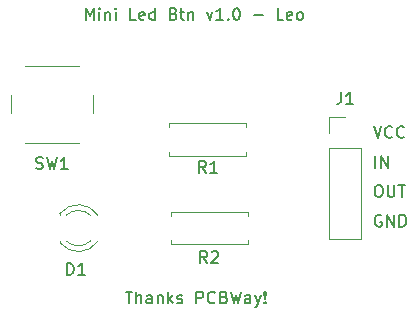
<source format=gto>
%TF.GenerationSoftware,KiCad,Pcbnew,9.0.6*%
%TF.CreationDate,2025-12-25T12:08:50+01:00*%
%TF.ProjectId,mini_led_button,6d696e69-5f6c-4656-945f-627574746f6e,rev?*%
%TF.SameCoordinates,Original*%
%TF.FileFunction,Legend,Top*%
%TF.FilePolarity,Positive*%
%FSLAX46Y46*%
G04 Gerber Fmt 4.6, Leading zero omitted, Abs format (unit mm)*
G04 Created by KiCad (PCBNEW 9.0.6) date 2025-12-25 12:08:50*
%MOMM*%
%LPD*%
G01*
G04 APERTURE LIST*
%ADD10C,0.200000*%
%ADD11C,0.150000*%
%ADD12C,0.120000*%
G04 APERTURE END LIST*
D10*
X159536816Y-97867219D02*
X159870149Y-98867219D01*
X159870149Y-98867219D02*
X160203482Y-97867219D01*
X161108244Y-98771980D02*
X161060625Y-98819600D01*
X161060625Y-98819600D02*
X160917768Y-98867219D01*
X160917768Y-98867219D02*
X160822530Y-98867219D01*
X160822530Y-98867219D02*
X160679673Y-98819600D01*
X160679673Y-98819600D02*
X160584435Y-98724361D01*
X160584435Y-98724361D02*
X160536816Y-98629123D01*
X160536816Y-98629123D02*
X160489197Y-98438647D01*
X160489197Y-98438647D02*
X160489197Y-98295790D01*
X160489197Y-98295790D02*
X160536816Y-98105314D01*
X160536816Y-98105314D02*
X160584435Y-98010076D01*
X160584435Y-98010076D02*
X160679673Y-97914838D01*
X160679673Y-97914838D02*
X160822530Y-97867219D01*
X160822530Y-97867219D02*
X160917768Y-97867219D01*
X160917768Y-97867219D02*
X161060625Y-97914838D01*
X161060625Y-97914838D02*
X161108244Y-97962457D01*
X162108244Y-98771980D02*
X162060625Y-98819600D01*
X162060625Y-98819600D02*
X161917768Y-98867219D01*
X161917768Y-98867219D02*
X161822530Y-98867219D01*
X161822530Y-98867219D02*
X161679673Y-98819600D01*
X161679673Y-98819600D02*
X161584435Y-98724361D01*
X161584435Y-98724361D02*
X161536816Y-98629123D01*
X161536816Y-98629123D02*
X161489197Y-98438647D01*
X161489197Y-98438647D02*
X161489197Y-98295790D01*
X161489197Y-98295790D02*
X161536816Y-98105314D01*
X161536816Y-98105314D02*
X161584435Y-98010076D01*
X161584435Y-98010076D02*
X161679673Y-97914838D01*
X161679673Y-97914838D02*
X161822530Y-97867219D01*
X161822530Y-97867219D02*
X161917768Y-97867219D01*
X161917768Y-97867219D02*
X162060625Y-97914838D01*
X162060625Y-97914838D02*
X162108244Y-97962457D01*
X159679673Y-101367219D02*
X159679673Y-100367219D01*
X160155863Y-101367219D02*
X160155863Y-100367219D01*
X160155863Y-100367219D02*
X160727291Y-101367219D01*
X160727291Y-101367219D02*
X160727291Y-100367219D01*
X159870149Y-102867219D02*
X160060625Y-102867219D01*
X160060625Y-102867219D02*
X160155863Y-102914838D01*
X160155863Y-102914838D02*
X160251101Y-103010076D01*
X160251101Y-103010076D02*
X160298720Y-103200552D01*
X160298720Y-103200552D02*
X160298720Y-103533885D01*
X160298720Y-103533885D02*
X160251101Y-103724361D01*
X160251101Y-103724361D02*
X160155863Y-103819600D01*
X160155863Y-103819600D02*
X160060625Y-103867219D01*
X160060625Y-103867219D02*
X159870149Y-103867219D01*
X159870149Y-103867219D02*
X159774911Y-103819600D01*
X159774911Y-103819600D02*
X159679673Y-103724361D01*
X159679673Y-103724361D02*
X159632054Y-103533885D01*
X159632054Y-103533885D02*
X159632054Y-103200552D01*
X159632054Y-103200552D02*
X159679673Y-103010076D01*
X159679673Y-103010076D02*
X159774911Y-102914838D01*
X159774911Y-102914838D02*
X159870149Y-102867219D01*
X160727292Y-102867219D02*
X160727292Y-103676742D01*
X160727292Y-103676742D02*
X160774911Y-103771980D01*
X160774911Y-103771980D02*
X160822530Y-103819600D01*
X160822530Y-103819600D02*
X160917768Y-103867219D01*
X160917768Y-103867219D02*
X161108244Y-103867219D01*
X161108244Y-103867219D02*
X161203482Y-103819600D01*
X161203482Y-103819600D02*
X161251101Y-103771980D01*
X161251101Y-103771980D02*
X161298720Y-103676742D01*
X161298720Y-103676742D02*
X161298720Y-102867219D01*
X161632054Y-102867219D02*
X162203482Y-102867219D01*
X161917768Y-103867219D02*
X161917768Y-102867219D01*
X160203482Y-105414838D02*
X160108244Y-105367219D01*
X160108244Y-105367219D02*
X159965387Y-105367219D01*
X159965387Y-105367219D02*
X159822530Y-105414838D01*
X159822530Y-105414838D02*
X159727292Y-105510076D01*
X159727292Y-105510076D02*
X159679673Y-105605314D01*
X159679673Y-105605314D02*
X159632054Y-105795790D01*
X159632054Y-105795790D02*
X159632054Y-105938647D01*
X159632054Y-105938647D02*
X159679673Y-106129123D01*
X159679673Y-106129123D02*
X159727292Y-106224361D01*
X159727292Y-106224361D02*
X159822530Y-106319600D01*
X159822530Y-106319600D02*
X159965387Y-106367219D01*
X159965387Y-106367219D02*
X160060625Y-106367219D01*
X160060625Y-106367219D02*
X160203482Y-106319600D01*
X160203482Y-106319600D02*
X160251101Y-106271980D01*
X160251101Y-106271980D02*
X160251101Y-105938647D01*
X160251101Y-105938647D02*
X160060625Y-105938647D01*
X160679673Y-106367219D02*
X160679673Y-105367219D01*
X160679673Y-105367219D02*
X161251101Y-106367219D01*
X161251101Y-106367219D02*
X161251101Y-105367219D01*
X161727292Y-106367219D02*
X161727292Y-105367219D01*
X161727292Y-105367219D02*
X161965387Y-105367219D01*
X161965387Y-105367219D02*
X162108244Y-105414838D01*
X162108244Y-105414838D02*
X162203482Y-105510076D01*
X162203482Y-105510076D02*
X162251101Y-105605314D01*
X162251101Y-105605314D02*
X162298720Y-105795790D01*
X162298720Y-105795790D02*
X162298720Y-105938647D01*
X162298720Y-105938647D02*
X162251101Y-106129123D01*
X162251101Y-106129123D02*
X162203482Y-106224361D01*
X162203482Y-106224361D02*
X162108244Y-106319600D01*
X162108244Y-106319600D02*
X161965387Y-106367219D01*
X161965387Y-106367219D02*
X161727292Y-106367219D01*
X135179673Y-88867219D02*
X135179673Y-87867219D01*
X135179673Y-87867219D02*
X135513006Y-88581504D01*
X135513006Y-88581504D02*
X135846339Y-87867219D01*
X135846339Y-87867219D02*
X135846339Y-88867219D01*
X136322530Y-88867219D02*
X136322530Y-88200552D01*
X136322530Y-87867219D02*
X136274911Y-87914838D01*
X136274911Y-87914838D02*
X136322530Y-87962457D01*
X136322530Y-87962457D02*
X136370149Y-87914838D01*
X136370149Y-87914838D02*
X136322530Y-87867219D01*
X136322530Y-87867219D02*
X136322530Y-87962457D01*
X136798720Y-88200552D02*
X136798720Y-88867219D01*
X136798720Y-88295790D02*
X136846339Y-88248171D01*
X136846339Y-88248171D02*
X136941577Y-88200552D01*
X136941577Y-88200552D02*
X137084434Y-88200552D01*
X137084434Y-88200552D02*
X137179672Y-88248171D01*
X137179672Y-88248171D02*
X137227291Y-88343409D01*
X137227291Y-88343409D02*
X137227291Y-88867219D01*
X137703482Y-88867219D02*
X137703482Y-88200552D01*
X137703482Y-87867219D02*
X137655863Y-87914838D01*
X137655863Y-87914838D02*
X137703482Y-87962457D01*
X137703482Y-87962457D02*
X137751101Y-87914838D01*
X137751101Y-87914838D02*
X137703482Y-87867219D01*
X137703482Y-87867219D02*
X137703482Y-87962457D01*
X139417767Y-88867219D02*
X138941577Y-88867219D01*
X138941577Y-88867219D02*
X138941577Y-87867219D01*
X140132053Y-88819600D02*
X140036815Y-88867219D01*
X140036815Y-88867219D02*
X139846339Y-88867219D01*
X139846339Y-88867219D02*
X139751101Y-88819600D01*
X139751101Y-88819600D02*
X139703482Y-88724361D01*
X139703482Y-88724361D02*
X139703482Y-88343409D01*
X139703482Y-88343409D02*
X139751101Y-88248171D01*
X139751101Y-88248171D02*
X139846339Y-88200552D01*
X139846339Y-88200552D02*
X140036815Y-88200552D01*
X140036815Y-88200552D02*
X140132053Y-88248171D01*
X140132053Y-88248171D02*
X140179672Y-88343409D01*
X140179672Y-88343409D02*
X140179672Y-88438647D01*
X140179672Y-88438647D02*
X139703482Y-88533885D01*
X141036815Y-88867219D02*
X141036815Y-87867219D01*
X141036815Y-88819600D02*
X140941577Y-88867219D01*
X140941577Y-88867219D02*
X140751101Y-88867219D01*
X140751101Y-88867219D02*
X140655863Y-88819600D01*
X140655863Y-88819600D02*
X140608244Y-88771980D01*
X140608244Y-88771980D02*
X140560625Y-88676742D01*
X140560625Y-88676742D02*
X140560625Y-88391028D01*
X140560625Y-88391028D02*
X140608244Y-88295790D01*
X140608244Y-88295790D02*
X140655863Y-88248171D01*
X140655863Y-88248171D02*
X140751101Y-88200552D01*
X140751101Y-88200552D02*
X140941577Y-88200552D01*
X140941577Y-88200552D02*
X141036815Y-88248171D01*
X142608244Y-88343409D02*
X142751101Y-88391028D01*
X142751101Y-88391028D02*
X142798720Y-88438647D01*
X142798720Y-88438647D02*
X142846339Y-88533885D01*
X142846339Y-88533885D02*
X142846339Y-88676742D01*
X142846339Y-88676742D02*
X142798720Y-88771980D01*
X142798720Y-88771980D02*
X142751101Y-88819600D01*
X142751101Y-88819600D02*
X142655863Y-88867219D01*
X142655863Y-88867219D02*
X142274911Y-88867219D01*
X142274911Y-88867219D02*
X142274911Y-87867219D01*
X142274911Y-87867219D02*
X142608244Y-87867219D01*
X142608244Y-87867219D02*
X142703482Y-87914838D01*
X142703482Y-87914838D02*
X142751101Y-87962457D01*
X142751101Y-87962457D02*
X142798720Y-88057695D01*
X142798720Y-88057695D02*
X142798720Y-88152933D01*
X142798720Y-88152933D02*
X142751101Y-88248171D01*
X142751101Y-88248171D02*
X142703482Y-88295790D01*
X142703482Y-88295790D02*
X142608244Y-88343409D01*
X142608244Y-88343409D02*
X142274911Y-88343409D01*
X143132054Y-88200552D02*
X143513006Y-88200552D01*
X143274911Y-87867219D02*
X143274911Y-88724361D01*
X143274911Y-88724361D02*
X143322530Y-88819600D01*
X143322530Y-88819600D02*
X143417768Y-88867219D01*
X143417768Y-88867219D02*
X143513006Y-88867219D01*
X143846340Y-88200552D02*
X143846340Y-88867219D01*
X143846340Y-88295790D02*
X143893959Y-88248171D01*
X143893959Y-88248171D02*
X143989197Y-88200552D01*
X143989197Y-88200552D02*
X144132054Y-88200552D01*
X144132054Y-88200552D02*
X144227292Y-88248171D01*
X144227292Y-88248171D02*
X144274911Y-88343409D01*
X144274911Y-88343409D02*
X144274911Y-88867219D01*
X145417769Y-88200552D02*
X145655864Y-88867219D01*
X145655864Y-88867219D02*
X145893959Y-88200552D01*
X146798721Y-88867219D02*
X146227293Y-88867219D01*
X146513007Y-88867219D02*
X146513007Y-87867219D01*
X146513007Y-87867219D02*
X146417769Y-88010076D01*
X146417769Y-88010076D02*
X146322531Y-88105314D01*
X146322531Y-88105314D02*
X146227293Y-88152933D01*
X147227293Y-88771980D02*
X147274912Y-88819600D01*
X147274912Y-88819600D02*
X147227293Y-88867219D01*
X147227293Y-88867219D02*
X147179674Y-88819600D01*
X147179674Y-88819600D02*
X147227293Y-88771980D01*
X147227293Y-88771980D02*
X147227293Y-88867219D01*
X147893959Y-87867219D02*
X147989197Y-87867219D01*
X147989197Y-87867219D02*
X148084435Y-87914838D01*
X148084435Y-87914838D02*
X148132054Y-87962457D01*
X148132054Y-87962457D02*
X148179673Y-88057695D01*
X148179673Y-88057695D02*
X148227292Y-88248171D01*
X148227292Y-88248171D02*
X148227292Y-88486266D01*
X148227292Y-88486266D02*
X148179673Y-88676742D01*
X148179673Y-88676742D02*
X148132054Y-88771980D01*
X148132054Y-88771980D02*
X148084435Y-88819600D01*
X148084435Y-88819600D02*
X147989197Y-88867219D01*
X147989197Y-88867219D02*
X147893959Y-88867219D01*
X147893959Y-88867219D02*
X147798721Y-88819600D01*
X147798721Y-88819600D02*
X147751102Y-88771980D01*
X147751102Y-88771980D02*
X147703483Y-88676742D01*
X147703483Y-88676742D02*
X147655864Y-88486266D01*
X147655864Y-88486266D02*
X147655864Y-88248171D01*
X147655864Y-88248171D02*
X147703483Y-88057695D01*
X147703483Y-88057695D02*
X147751102Y-87962457D01*
X147751102Y-87962457D02*
X147798721Y-87914838D01*
X147798721Y-87914838D02*
X147893959Y-87867219D01*
X149417769Y-88486266D02*
X150179674Y-88486266D01*
X151893959Y-88867219D02*
X151417769Y-88867219D01*
X151417769Y-88867219D02*
X151417769Y-87867219D01*
X152608245Y-88819600D02*
X152513007Y-88867219D01*
X152513007Y-88867219D02*
X152322531Y-88867219D01*
X152322531Y-88867219D02*
X152227293Y-88819600D01*
X152227293Y-88819600D02*
X152179674Y-88724361D01*
X152179674Y-88724361D02*
X152179674Y-88343409D01*
X152179674Y-88343409D02*
X152227293Y-88248171D01*
X152227293Y-88248171D02*
X152322531Y-88200552D01*
X152322531Y-88200552D02*
X152513007Y-88200552D01*
X152513007Y-88200552D02*
X152608245Y-88248171D01*
X152608245Y-88248171D02*
X152655864Y-88343409D01*
X152655864Y-88343409D02*
X152655864Y-88438647D01*
X152655864Y-88438647D02*
X152179674Y-88533885D01*
X153227293Y-88867219D02*
X153132055Y-88819600D01*
X153132055Y-88819600D02*
X153084436Y-88771980D01*
X153084436Y-88771980D02*
X153036817Y-88676742D01*
X153036817Y-88676742D02*
X153036817Y-88391028D01*
X153036817Y-88391028D02*
X153084436Y-88295790D01*
X153084436Y-88295790D02*
X153132055Y-88248171D01*
X153132055Y-88248171D02*
X153227293Y-88200552D01*
X153227293Y-88200552D02*
X153370150Y-88200552D01*
X153370150Y-88200552D02*
X153465388Y-88248171D01*
X153465388Y-88248171D02*
X153513007Y-88295790D01*
X153513007Y-88295790D02*
X153560626Y-88391028D01*
X153560626Y-88391028D02*
X153560626Y-88676742D01*
X153560626Y-88676742D02*
X153513007Y-88771980D01*
X153513007Y-88771980D02*
X153465388Y-88819600D01*
X153465388Y-88819600D02*
X153370150Y-88867219D01*
X153370150Y-88867219D02*
X153227293Y-88867219D01*
X138536816Y-111867219D02*
X139108244Y-111867219D01*
X138822530Y-112867219D02*
X138822530Y-111867219D01*
X139441578Y-112867219D02*
X139441578Y-111867219D01*
X139870149Y-112867219D02*
X139870149Y-112343409D01*
X139870149Y-112343409D02*
X139822530Y-112248171D01*
X139822530Y-112248171D02*
X139727292Y-112200552D01*
X139727292Y-112200552D02*
X139584435Y-112200552D01*
X139584435Y-112200552D02*
X139489197Y-112248171D01*
X139489197Y-112248171D02*
X139441578Y-112295790D01*
X140774911Y-112867219D02*
X140774911Y-112343409D01*
X140774911Y-112343409D02*
X140727292Y-112248171D01*
X140727292Y-112248171D02*
X140632054Y-112200552D01*
X140632054Y-112200552D02*
X140441578Y-112200552D01*
X140441578Y-112200552D02*
X140346340Y-112248171D01*
X140774911Y-112819600D02*
X140679673Y-112867219D01*
X140679673Y-112867219D02*
X140441578Y-112867219D01*
X140441578Y-112867219D02*
X140346340Y-112819600D01*
X140346340Y-112819600D02*
X140298721Y-112724361D01*
X140298721Y-112724361D02*
X140298721Y-112629123D01*
X140298721Y-112629123D02*
X140346340Y-112533885D01*
X140346340Y-112533885D02*
X140441578Y-112486266D01*
X140441578Y-112486266D02*
X140679673Y-112486266D01*
X140679673Y-112486266D02*
X140774911Y-112438647D01*
X141251102Y-112200552D02*
X141251102Y-112867219D01*
X141251102Y-112295790D02*
X141298721Y-112248171D01*
X141298721Y-112248171D02*
X141393959Y-112200552D01*
X141393959Y-112200552D02*
X141536816Y-112200552D01*
X141536816Y-112200552D02*
X141632054Y-112248171D01*
X141632054Y-112248171D02*
X141679673Y-112343409D01*
X141679673Y-112343409D02*
X141679673Y-112867219D01*
X142155864Y-112867219D02*
X142155864Y-111867219D01*
X142251102Y-112486266D02*
X142536816Y-112867219D01*
X142536816Y-112200552D02*
X142155864Y-112581504D01*
X142917769Y-112819600D02*
X143013007Y-112867219D01*
X143013007Y-112867219D02*
X143203483Y-112867219D01*
X143203483Y-112867219D02*
X143298721Y-112819600D01*
X143298721Y-112819600D02*
X143346340Y-112724361D01*
X143346340Y-112724361D02*
X143346340Y-112676742D01*
X143346340Y-112676742D02*
X143298721Y-112581504D01*
X143298721Y-112581504D02*
X143203483Y-112533885D01*
X143203483Y-112533885D02*
X143060626Y-112533885D01*
X143060626Y-112533885D02*
X142965388Y-112486266D01*
X142965388Y-112486266D02*
X142917769Y-112391028D01*
X142917769Y-112391028D02*
X142917769Y-112343409D01*
X142917769Y-112343409D02*
X142965388Y-112248171D01*
X142965388Y-112248171D02*
X143060626Y-112200552D01*
X143060626Y-112200552D02*
X143203483Y-112200552D01*
X143203483Y-112200552D02*
X143298721Y-112248171D01*
X144536817Y-112867219D02*
X144536817Y-111867219D01*
X144536817Y-111867219D02*
X144917769Y-111867219D01*
X144917769Y-111867219D02*
X145013007Y-111914838D01*
X145013007Y-111914838D02*
X145060626Y-111962457D01*
X145060626Y-111962457D02*
X145108245Y-112057695D01*
X145108245Y-112057695D02*
X145108245Y-112200552D01*
X145108245Y-112200552D02*
X145060626Y-112295790D01*
X145060626Y-112295790D02*
X145013007Y-112343409D01*
X145013007Y-112343409D02*
X144917769Y-112391028D01*
X144917769Y-112391028D02*
X144536817Y-112391028D01*
X146108245Y-112771980D02*
X146060626Y-112819600D01*
X146060626Y-112819600D02*
X145917769Y-112867219D01*
X145917769Y-112867219D02*
X145822531Y-112867219D01*
X145822531Y-112867219D02*
X145679674Y-112819600D01*
X145679674Y-112819600D02*
X145584436Y-112724361D01*
X145584436Y-112724361D02*
X145536817Y-112629123D01*
X145536817Y-112629123D02*
X145489198Y-112438647D01*
X145489198Y-112438647D02*
X145489198Y-112295790D01*
X145489198Y-112295790D02*
X145536817Y-112105314D01*
X145536817Y-112105314D02*
X145584436Y-112010076D01*
X145584436Y-112010076D02*
X145679674Y-111914838D01*
X145679674Y-111914838D02*
X145822531Y-111867219D01*
X145822531Y-111867219D02*
X145917769Y-111867219D01*
X145917769Y-111867219D02*
X146060626Y-111914838D01*
X146060626Y-111914838D02*
X146108245Y-111962457D01*
X146870150Y-112343409D02*
X147013007Y-112391028D01*
X147013007Y-112391028D02*
X147060626Y-112438647D01*
X147060626Y-112438647D02*
X147108245Y-112533885D01*
X147108245Y-112533885D02*
X147108245Y-112676742D01*
X147108245Y-112676742D02*
X147060626Y-112771980D01*
X147060626Y-112771980D02*
X147013007Y-112819600D01*
X147013007Y-112819600D02*
X146917769Y-112867219D01*
X146917769Y-112867219D02*
X146536817Y-112867219D01*
X146536817Y-112867219D02*
X146536817Y-111867219D01*
X146536817Y-111867219D02*
X146870150Y-111867219D01*
X146870150Y-111867219D02*
X146965388Y-111914838D01*
X146965388Y-111914838D02*
X147013007Y-111962457D01*
X147013007Y-111962457D02*
X147060626Y-112057695D01*
X147060626Y-112057695D02*
X147060626Y-112152933D01*
X147060626Y-112152933D02*
X147013007Y-112248171D01*
X147013007Y-112248171D02*
X146965388Y-112295790D01*
X146965388Y-112295790D02*
X146870150Y-112343409D01*
X146870150Y-112343409D02*
X146536817Y-112343409D01*
X147441579Y-111867219D02*
X147679674Y-112867219D01*
X147679674Y-112867219D02*
X147870150Y-112152933D01*
X147870150Y-112152933D02*
X148060626Y-112867219D01*
X148060626Y-112867219D02*
X148298722Y-111867219D01*
X149108245Y-112867219D02*
X149108245Y-112343409D01*
X149108245Y-112343409D02*
X149060626Y-112248171D01*
X149060626Y-112248171D02*
X148965388Y-112200552D01*
X148965388Y-112200552D02*
X148774912Y-112200552D01*
X148774912Y-112200552D02*
X148679674Y-112248171D01*
X149108245Y-112819600D02*
X149013007Y-112867219D01*
X149013007Y-112867219D02*
X148774912Y-112867219D01*
X148774912Y-112867219D02*
X148679674Y-112819600D01*
X148679674Y-112819600D02*
X148632055Y-112724361D01*
X148632055Y-112724361D02*
X148632055Y-112629123D01*
X148632055Y-112629123D02*
X148679674Y-112533885D01*
X148679674Y-112533885D02*
X148774912Y-112486266D01*
X148774912Y-112486266D02*
X149013007Y-112486266D01*
X149013007Y-112486266D02*
X149108245Y-112438647D01*
X149489198Y-112200552D02*
X149727293Y-112867219D01*
X149965388Y-112200552D02*
X149727293Y-112867219D01*
X149727293Y-112867219D02*
X149632055Y-113105314D01*
X149632055Y-113105314D02*
X149584436Y-113152933D01*
X149584436Y-113152933D02*
X149489198Y-113200552D01*
X150346341Y-112771980D02*
X150393960Y-112819600D01*
X150393960Y-112819600D02*
X150346341Y-112867219D01*
X150346341Y-112867219D02*
X150298722Y-112819600D01*
X150298722Y-112819600D02*
X150346341Y-112771980D01*
X150346341Y-112771980D02*
X150346341Y-112867219D01*
X150346341Y-112486266D02*
X150298722Y-111914838D01*
X150298722Y-111914838D02*
X150346341Y-111867219D01*
X150346341Y-111867219D02*
X150393960Y-111914838D01*
X150393960Y-111914838D02*
X150346341Y-112486266D01*
X150346341Y-112486266D02*
X150346341Y-111867219D01*
D11*
X145333333Y-101824819D02*
X145000000Y-101348628D01*
X144761905Y-101824819D02*
X144761905Y-100824819D01*
X144761905Y-100824819D02*
X145142857Y-100824819D01*
X145142857Y-100824819D02*
X145238095Y-100872438D01*
X145238095Y-100872438D02*
X145285714Y-100920057D01*
X145285714Y-100920057D02*
X145333333Y-101015295D01*
X145333333Y-101015295D02*
X145333333Y-101158152D01*
X145333333Y-101158152D02*
X145285714Y-101253390D01*
X145285714Y-101253390D02*
X145238095Y-101301009D01*
X145238095Y-101301009D02*
X145142857Y-101348628D01*
X145142857Y-101348628D02*
X144761905Y-101348628D01*
X146285714Y-101824819D02*
X145714286Y-101824819D01*
X146000000Y-101824819D02*
X146000000Y-100824819D01*
X146000000Y-100824819D02*
X145904762Y-100967676D01*
X145904762Y-100967676D02*
X145809524Y-101062914D01*
X145809524Y-101062914D02*
X145714286Y-101110533D01*
X130976667Y-101447200D02*
X131119524Y-101494819D01*
X131119524Y-101494819D02*
X131357619Y-101494819D01*
X131357619Y-101494819D02*
X131452857Y-101447200D01*
X131452857Y-101447200D02*
X131500476Y-101399580D01*
X131500476Y-101399580D02*
X131548095Y-101304342D01*
X131548095Y-101304342D02*
X131548095Y-101209104D01*
X131548095Y-101209104D02*
X131500476Y-101113866D01*
X131500476Y-101113866D02*
X131452857Y-101066247D01*
X131452857Y-101066247D02*
X131357619Y-101018628D01*
X131357619Y-101018628D02*
X131167143Y-100971009D01*
X131167143Y-100971009D02*
X131071905Y-100923390D01*
X131071905Y-100923390D02*
X131024286Y-100875771D01*
X131024286Y-100875771D02*
X130976667Y-100780533D01*
X130976667Y-100780533D02*
X130976667Y-100685295D01*
X130976667Y-100685295D02*
X131024286Y-100590057D01*
X131024286Y-100590057D02*
X131071905Y-100542438D01*
X131071905Y-100542438D02*
X131167143Y-100494819D01*
X131167143Y-100494819D02*
X131405238Y-100494819D01*
X131405238Y-100494819D02*
X131548095Y-100542438D01*
X131881429Y-100494819D02*
X132119524Y-101494819D01*
X132119524Y-101494819D02*
X132310000Y-100780533D01*
X132310000Y-100780533D02*
X132500476Y-101494819D01*
X132500476Y-101494819D02*
X132738572Y-100494819D01*
X133643333Y-101494819D02*
X133071905Y-101494819D01*
X133357619Y-101494819D02*
X133357619Y-100494819D01*
X133357619Y-100494819D02*
X133262381Y-100637676D01*
X133262381Y-100637676D02*
X133167143Y-100732914D01*
X133167143Y-100732914D02*
X133071905Y-100780533D01*
X133571905Y-110454819D02*
X133571905Y-109454819D01*
X133571905Y-109454819D02*
X133810000Y-109454819D01*
X133810000Y-109454819D02*
X133952857Y-109502438D01*
X133952857Y-109502438D02*
X134048095Y-109597676D01*
X134048095Y-109597676D02*
X134095714Y-109692914D01*
X134095714Y-109692914D02*
X134143333Y-109883390D01*
X134143333Y-109883390D02*
X134143333Y-110026247D01*
X134143333Y-110026247D02*
X134095714Y-110216723D01*
X134095714Y-110216723D02*
X134048095Y-110311961D01*
X134048095Y-110311961D02*
X133952857Y-110407200D01*
X133952857Y-110407200D02*
X133810000Y-110454819D01*
X133810000Y-110454819D02*
X133571905Y-110454819D01*
X135095714Y-110454819D02*
X134524286Y-110454819D01*
X134810000Y-110454819D02*
X134810000Y-109454819D01*
X134810000Y-109454819D02*
X134714762Y-109597676D01*
X134714762Y-109597676D02*
X134619524Y-109692914D01*
X134619524Y-109692914D02*
X134524286Y-109740533D01*
X145453333Y-109454819D02*
X145120000Y-108978628D01*
X144881905Y-109454819D02*
X144881905Y-108454819D01*
X144881905Y-108454819D02*
X145262857Y-108454819D01*
X145262857Y-108454819D02*
X145358095Y-108502438D01*
X145358095Y-108502438D02*
X145405714Y-108550057D01*
X145405714Y-108550057D02*
X145453333Y-108645295D01*
X145453333Y-108645295D02*
X145453333Y-108788152D01*
X145453333Y-108788152D02*
X145405714Y-108883390D01*
X145405714Y-108883390D02*
X145358095Y-108931009D01*
X145358095Y-108931009D02*
X145262857Y-108978628D01*
X145262857Y-108978628D02*
X144881905Y-108978628D01*
X145834286Y-108550057D02*
X145881905Y-108502438D01*
X145881905Y-108502438D02*
X145977143Y-108454819D01*
X145977143Y-108454819D02*
X146215238Y-108454819D01*
X146215238Y-108454819D02*
X146310476Y-108502438D01*
X146310476Y-108502438D02*
X146358095Y-108550057D01*
X146358095Y-108550057D02*
X146405714Y-108645295D01*
X146405714Y-108645295D02*
X146405714Y-108740533D01*
X146405714Y-108740533D02*
X146358095Y-108883390D01*
X146358095Y-108883390D02*
X145786667Y-109454819D01*
X145786667Y-109454819D02*
X146405714Y-109454819D01*
X156786666Y-94994819D02*
X156786666Y-95709104D01*
X156786666Y-95709104D02*
X156739047Y-95851961D01*
X156739047Y-95851961D02*
X156643809Y-95947200D01*
X156643809Y-95947200D02*
X156500952Y-95994819D01*
X156500952Y-95994819D02*
X156405714Y-95994819D01*
X157786666Y-95994819D02*
X157215238Y-95994819D01*
X157500952Y-95994819D02*
X157500952Y-94994819D01*
X157500952Y-94994819D02*
X157405714Y-95137676D01*
X157405714Y-95137676D02*
X157310476Y-95232914D01*
X157310476Y-95232914D02*
X157215238Y-95280533D01*
D12*
%TO.C,R1*%
X142230000Y-97630000D02*
X142230000Y-97960000D01*
X142230000Y-100370000D02*
X142230000Y-100040000D01*
X148770000Y-97630000D02*
X142230000Y-97630000D01*
X148770000Y-97960000D02*
X148770000Y-97630000D01*
X148770000Y-100040000D02*
X148770000Y-100370000D01*
X148770000Y-100370000D02*
X142230000Y-100370000D01*
%TO.C,SW1*%
X128810000Y-95250000D02*
X128810000Y-96750000D01*
X130060000Y-99250000D02*
X134560000Y-99250000D01*
X134560000Y-92750000D02*
X130060000Y-92750000D01*
X135810000Y-96750000D02*
X135810000Y-95250000D01*
%TO.C,D1*%
X132980000Y-105264000D02*
X132980000Y-105420000D01*
X132980000Y-107580000D02*
X132980000Y-107736000D01*
X132980000Y-105264484D02*
G75*
G02*
X136211437Y-105420000I1560000J-1235516D01*
G01*
X133499039Y-105420000D02*
G75*
G02*
X135580961Y-105420000I1040961J-1080000D01*
G01*
X135580961Y-107580000D02*
G75*
G02*
X133499039Y-107580000I-1040961J1080000D01*
G01*
X136211437Y-107580000D02*
G75*
G02*
X132980000Y-107735516I-1671437J1080000D01*
G01*
%TO.C,R2*%
X142350000Y-105130000D02*
X148890000Y-105130000D01*
X142350000Y-105460000D02*
X142350000Y-105130000D01*
X142350000Y-107540000D02*
X142350000Y-107870000D01*
X142350000Y-107870000D02*
X148890000Y-107870000D01*
X148890000Y-105130000D02*
X148890000Y-105460000D01*
X148890000Y-107870000D02*
X148890000Y-107540000D01*
%TO.C,J1*%
X155740000Y-97080000D02*
X157120000Y-97080000D01*
X155740000Y-98460000D02*
X155740000Y-97080000D01*
X155740000Y-99730000D02*
X155740000Y-107460000D01*
X155740000Y-99730000D02*
X158500000Y-99730000D01*
X155740000Y-107460000D02*
X158500000Y-107460000D01*
X158500000Y-99730000D02*
X158500000Y-107460000D01*
%TD*%
M02*

</source>
